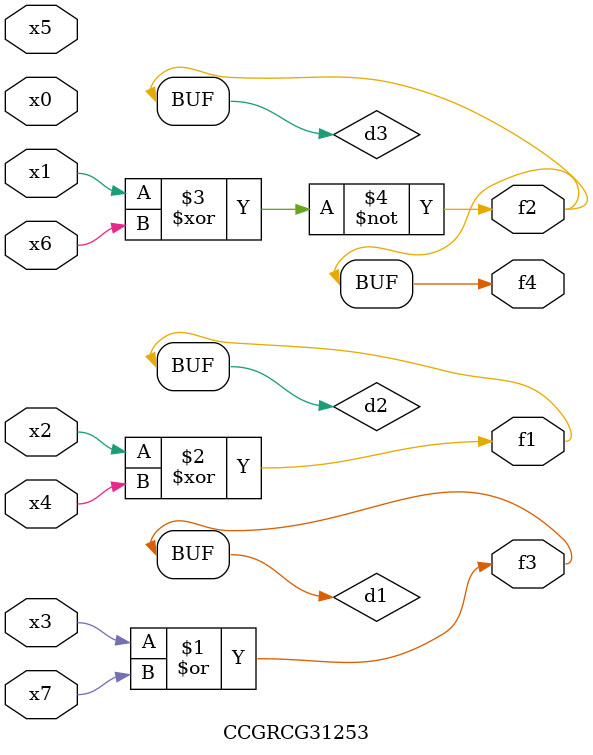
<source format=v>
module CCGRCG31253(
	input x0, x1, x2, x3, x4, x5, x6, x7,
	output f1, f2, f3, f4
);

	wire d1, d2, d3;

	or (d1, x3, x7);
	xor (d2, x2, x4);
	xnor (d3, x1, x6);
	assign f1 = d2;
	assign f2 = d3;
	assign f3 = d1;
	assign f4 = d3;
endmodule

</source>
